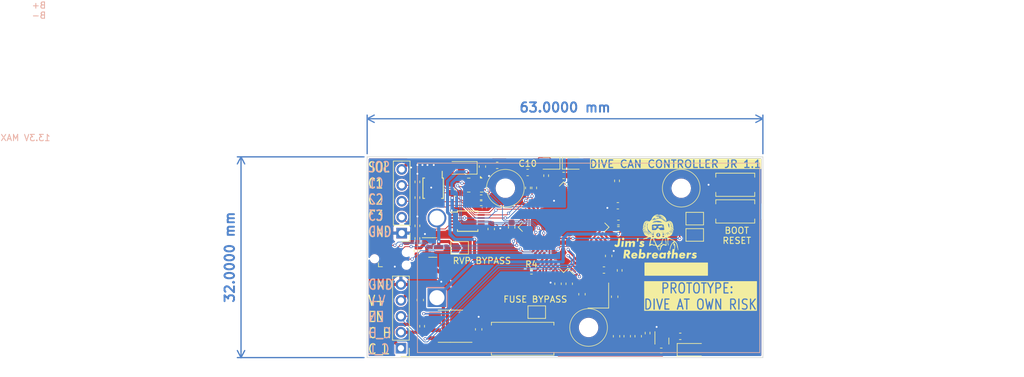
<source format=kicad_pcb>
(kicad_pcb (version 20241229) (generator "pcbnew") (generator_version "9.0")
  (layers (0 "F.Cu" signal) (2 "B.Cu" signal) (13 "F.Paste" user) (15 "B.Paste" user) (5 "F.SilkS" user "F.Silkscreen") (7 "B.SilkS" user "B.Silkscreen") (1 "F.Mask" user) (3 "B.Mask" user) (25 "Edge.Cuts" user))
  (net 0 "")
  (net 1 "/Power Distribution/BATT_GND")
  (net 2 "/SSC1_RX")
  (net 3 "/SSC1_TX")
  (net 4 "/SSC2_TX")
  (net 5 "/SSC2_RX")
  (net 6 "/SSC3_TX")
  (net 7 "/SSC3_RX")
  (net 8 "GNDREF")
  (net 9 "VCC")
  (net 10 "/CAN_PWR")
  (net 11 "/~{CAN_EN}")
  (net 12 "Net-(U1-PH0)")
  (net 13 "/RST")
  (net 14 "Net-(U1-PH1)")
  (net 15 "Net-(D4-A)")
  (net 16 "/SDA")
  (net 17 "/SCL")
  (net 18 "Net-(J2-Pin_2)")
  (net 19 "Net-(J2-Pin_1)")
  (net 20 "/SOLENOID")
  (net 21 "/BOOT")
  (net 22 "/ALRT_ADC1")
  (net 23 "/ALRT_ADC2")
  (net 25 "/LED_0")
  (net 26 "/LED_1")
  (net 27 "/LED_2")
  (net 28 "/LED_3")
  (net 30 "/LED_4")
  (net 31 "/LED_5")
  (net 32 "/LED_6")
  (net 33 "/LED_7")
  (net 34 "/CAN_SHDN")
  (net 35 "/CAN_SILENT")
  (net 36 "/C1+")
  (net 37 "/C2+")
  (net 38 "/C3+")
  (net 39 "/AUX+")
  (net 40 "/AUX-")
  (net 41 "Net-(D11-A)")
  (net 42 "/SOL_STAT")
  (net 43 "/SD_DET")
  (net 44 "/BATTERY")
  (net 45 "/BUS_STAT")
  (net 46 "/BUS_SEL1")
  (net 47 "/BUS_SEL2")
  (net 48 "Net-(Q1-G)")
  (net 49 "/VCC_STAT")
  (net 50 "/Power Distribution/BatteryConverter/ENABLE")
  (net 51 "Net-(U1-PC3)")
  (net 52 "/PWM_1")
  (net 53 "/PWM_2")
  (net 54 "/GPIO_A")
  (net 55 "/GPIO_B")
  (net 56 "/SWDIO")
  (net 57 "/SD_CMD")
  (net 58 "/SD_CLK")
  (net 59 "/SD_DAT0")
  (net 60 "/SWCLK")
  (net 61 "/BATT_OFF")
  (net 62 "/VER_DET_3")
  (net 63 "/SOL_DIS_BATT")
  (net 64 "/SOL_DIS_CAN")
  (net 65 "/CAN_RX")
  (net 66 "/CAN_TX")
  (net 68 "/SOL_OUT")
  (net 69 "/Power Distribution/BAT_PG")
  (net 70 "/SWO")
  (net 71 "Net-(U3-SS)")
  (net 72 "Net-(U3-ILIM)")
  (net 73 "Net-(R3-Pad2)")
  (net 74 "/CAN")
  (net 75 "Net-(JP1-B)")
  (net 76 "Net-(JP3-B)")
  (footprint "Resistor_SMD:R_0402_1005Metric" (layer "F.Cu") (at 111 81.97)
    (property "Reference" "R2" (hide yes))
    (property "Value" "12k")
  )
  (footprint "Diode_SMD:D_SOD-123" (layer "F.Cu") (at 86.15 73.25 180)
    (property "Reference" "D1" (hide yes))
    (property "Value" "MBR0520")
  )
  (footprint "Package_DFN_QFN:Texas_VQFN-HR-12_2x2.5mm_P0.5mm" (layer "F.Cu") (at 88.2 76 -90)
    (property "Reference" "U3" (hide yes))
    (property "Value" "TPS2121")
  )
  (footprint "Connector:Tag-Connect_TC2030-IDC-NL_2x03_P1.27mm_Vertical" (layer "F.Cu") (at 74.71 87.75)
    (property "Reference" "J3" (hide yes))
    (property "Value" "Conn_ARM_SWD_TagConnect_TC2030-NL")
  )
  (footprint "Capacitor_SMD:C_0603_1608Metric" (layer "F.Cu") (at 79.45 94.325 90)
    (property "Reference" "C6" (hide yes))
    (property "Value" "10u")
  )
  (footprint "Resistor_SMD:R_0402_1005Metric" (layer "F.Cu") (at 110.775394 75.324606 -90)
    (property "Reference" "R36" (hide yes))
    (property "Value" "5.1k")
  )
  (footprint "Package_SO:TSSOP-10_3x3mm_P0.5mm" (layer "F.Cu") (at 81.5 76.5 -90)
    (property "Reference" "U6" (hide yes))
    (property "Value" "ADS1115IDGS")
  )
  (footprint "Capacitor_SMD:C_0603_1608Metric" (layer "F.Cu") (at 110.7 100.1 -90)
    (property "Reference" "C11" (hide yes))
    (property "Value" "10u")
  )
  (footprint "Capacitor_SMD:C_0603_1608Metric" (layer "F.Cu") (at 105.2 93.4 90)
    (property "Reference" "C1" (hide yes))
    (property "Value" "20p")
  )
  (footprint "Capacitor_SMD:C_0603_1608Metric" (layer "F.Cu") (at 112.39595 100.0925 -90)
    (property "Reference" "C17" (hide yes))
    (property "Value" "100n")
  )
  (footprint "Capacitor_SMD:C_0603_1608Metric" (layer "F.Cu") (at 85 77.25)
    (property "Reference" "C25" (hide yes))
    (property "Value" "100n")
  )
  (footprint "Jumper:SolderJumper-2_P1.3mm_Open_TrianglePad1.0x1.5mm" (layer "F.Cu") (at 123.15 81.35)
    (property "Reference" "JP1" (hide yes))
    (property "Value" "BOOT_EN")
  )
  (footprint "Connector_PinHeader_2.54mm:PinHeader_1x05_P2.54mm_Vertical" (layer "F.Cu") (at 76.375 102 180)
    (property "Reference" "J2" (hide yes))
    (property "Value" "Conn_01x05_Pin")
  )
  (footprint "LED_SMD:LED_0805_2012Metric" (layer "F.Cu") (at 103.75 72.5)
    (property "Reference" "D4" (hide yes))
    (property "Value" "LED")
  )
  (footprint "Resistor_SMD:R_0402_1005Metric" (layer "F.Cu") (at 99.5 74.5 -90)
    (property "Reference" "R43" (hide yes))
    (property "Value" "5.1k")
  )
  (footprint "Capacitor_SMD:C_0603_1608Metric" (layer "F.Cu") (at 108.696394 89.546606 180)
    (property "Reference" "C3" (hide yes))
    (property "Value" "100n")
  )
  (footprint "Resistor_SMD:R_0402_1005Metric" (layer "F.Cu") (at 79 82.5 -90)
    (property "Reference" "R13" (hide yes))
    (property "Value" "100k")
  )
  (footprint "LED_SMD:LED_0805_2012Metric" (layer "F.Cu") (at 100 72.5 180)
    (property "Reference" "D11" (hide yes))
    (property "Value" "LED")
  )
  (footprint "Capacitor_SMD:C_0603_1608Metric" (layer "F.Cu") (at 103.164394 91.731606 90)
    (property "Reference" "C32" (hide yes))
    (property "Value" "100n")
  )
  (footprint "Jumper:SolderJumper-2_P1.3mm_Open_TrianglePad1.0x1.5mm" (layer "F.Cu") (at 123.15 83.95)
    (property "Reference" "JP3" (hide yes))
    (property "Value" "RST_EN")
  )
  (footprint "Resistor_SMD:R_0402_1005Metric" (layer "F.Cu") (at 89.15 78.9 180)
    (property "Reference" "R5" (hide yes))
    (property "Value" "10k")
  )
  (footprint "Diode_SMD:D_SOD-123F" (layer "F.Cu") (at 122.56875 102.25)
    (property "Reference" "D13" (hide yes))
    (property "Value" "SMF12A")
  )
  (footprint "Resistor_SMD:R_0402_1005Metric" (layer "F.Cu") (at 79.75 98.5 90)
    (property "Reference" "R35" (hide yes))
    (property "Value" "560")
  )
  (footprint "Package_SO:TSSOP-10_3x3mm_P0.5mm" (layer "F.Cu") (at 87 81.75)
    (property "Reference" "U7" (hide yes))
    (property "Value" "ADS1115IDGS")
  )
  (footprint "Jumper:SolderJumper-2_P1.3mm_Open_TrianglePad1.0x1.5mm" (layer "F.Cu") (at 85.725 86)
    (property "Reference" "JP4" (hide yes))
    (property "Value" "BATT_RVP_BYPASS")
  )
  (footprint "Package_SO:SOIC-8_3.9x4.9mm_P1.27mm" (layer "F.Cu") (at 84.25 98.5 180)
    (property "Reference" "U2" (hide yes))
    (property "Value" "TCAN334")
  )
  (footprint "Capacitor_SMD:C_0603_1608Metric" (layer "F.Cu") (at 109.446394 87.296606 90)
    (property "Reference" "C4" (hide yes))
    (property "Value" "100n")
  )
  (footprint "Capacitor_SMD:C_0603_1608Metric" (layer "F.Cu") (at 95.75 72.5)
    (property "Reference" "C5" (hide yes))
    (property "Value" "100n")
  )
  (footprint "Resistor_SMD:R_0402_1005Metric" (layer "F.Cu") (at 89.15 77.95 180)
    (property "Reference" "R3" (hide yes))
    (property "Value" "100k")
  )
  (footprint "Capacitor_SMD:C_0603_1608Metric" (layer "F.Cu") (at 94 82.75 90)
    (property "Reference" "C29" (hide yes))
    (property "Value" "100n")
  )
  (footprint "Resistor_SMD:R_0402_1005Metric" (layer "F.Cu") (at 79 75.49 -90)
    (property "Reference" "R15" (hide yes))
    (property "Value" "100k")
  )
  (footprint "Crystal:Crystal_SMD_3225-4Pin_3.2x2.5mm" (layer "F.Cu") (at 107.8 93.6 90)
    (property "Reference" "Y2" (hide yes))
    (property "Value" "8Mhz")
  )
  (footprint "Resistor_SMD:R_0402_1005Metric" (layer "F.Cu") (at 78.875 86.5 -90)
    (property "Reference" "R58" (hide yes))
    (property "Value" "10k")
  )
  (footprint "Resistor_SMD:R_0402_1005Metric" (layer "F.Cu") (at 111 83 180)
    (property "Reference" "R6" (hide yes))
    (property "Value" "75k")
  )
  (footprint "Capacitor_SMD:C_0603_1608Metric" (layer "F.Cu") (at 101.386394 91.731606 90)
    (property "Reference" "C28" (hide yes))
    (property "Value" "100n")
  )
  (footprint "Capacitor_SMD:C_0603_1608Metric" (layer "F.Cu") (at 120.84375 100.1125)
    (property "Reference" "C16" (hide yes))
    (property "Value" "10u")
  )
  (footprint "Resistor_SMD:R_0402_1005Metric" (layer "F.Cu") (at 111.2 89.6 90)
    (property "Reference" "R1" (hide yes))
    (property "Value" "10k")
  )
  (footprint "LOGO" (layer "F.Cu") (at 116.832591 84.489719)
    (property "Reference" "G***" (hide yes))
    (property "Value" "LOGO" (hide yes))
  )
  (footprint "Capacitor_SMD:C_0603_1608Metric" (layer "F.Cu") (at 110.911394 79.296606 180)
    (property "Reference" "C31" (hide yes))
    (property "Value" "100n")
  )
  (footprint "Connector_PinHeader_2.54mm:PinHeader_1x05_P2.54mm_Vertical" (layer "F.Cu") (at 76.5 83.66 180)
    (property "Reference" "J4" (hide yes))
    (property "Value" "Conn_01x05_Pin")
  )
  (footprint "Resistor_SMD:R_0402_1005Metric" (layer "F.Cu") (at 79 78 -90)
    (property "Reference" "R14" (hide yes))
    (property "Value" "100k")
  )
  (footprint "Package_SON:WSON-6-1EP_2x2mm_P0.65mm_EP1x1.6mm_ThermalVias" (layer "F.Cu") (at 117.91875 100.3625 -90)
    (property "Reference" "U4" (hide yes))
    (property "Value" "TPS7A2533DRVR")
  )
  (footprint "Resistor_SMD:R_0402_1005Metric" (layer "F.Cu") (at 97.15 89.8)
    (property "Reference" "R4")
    (property "Value" "10k")
  )
  (footprint "Resistor_SMD:R_0402_1005Metric" (layer "F.Cu") (at 97.6 76.45 -90)
    (property "Reference" "R7" (hide yes))
    (property "Value" "10k")
  )
  (footprint "Package_QFP:LQFP-64_10x10mm_P0.5mm" (layer "F.Cu") (at 102.275394 82.714606 135)
    (property "Reference" "U1" (hide yes))
    (property "Value" "STM32L431RCTx")
  )
  (footprint "Capacitor_SMD:C_0603_1608Metric" (layer "F.Cu") (at 91.7 72.85)
    (property "Reference" "C8" (hide yes))
    (property "Value" "10u")
  )
  (footprint "Capacitor_SMD:C_0603_1608Metric" (layer "F.Cu") (at 90.75 83 -90)
    (property "Reference" "C26" (hide yes))
    (property "Value" "100n")
  )
  (footprint "Package_TO_SOT_SMD:SOT-23" (layer "F.Cu") (at 81.4375 85.95)
    (property "Reference" "Q1" (hide yes))
    (property "Value" "SI2302")
  )
  (footprint "Resistor_SMD:R_0402_1005Metric" (layer "F.Cu") (at 79 84.5 90)
    (property "Reference" "R60" (hide yes))
    (property "Value" "100k")
  )
  (footprint "Resistor_SMD:R_0402_1005Metric" (layer "F.Cu") (at 115.64595 99.5925 -90)
    (property "Reference" "R45" (hide yes))
    (property "Value" "10k")
  )
  (footprint "Capacitor_SMD:C_0603_1608Metric" (layer "F.Cu") (at 88.75 99 -90)
    (property "Reference" "C9" (hide yes))
    (property "Value" "100n")
  )
  (footprint "Jumper:SolderJumper-2_P1.3mm_Open_TrianglePad1.0x1.5mm" (layer "F.Cu") (at 98 96.25)
    (property "Reference" "JP2" (hide yes))
    (property "Value" "BATT_FUSE_BYPASS")
  )
  (footprint "Capacitor_SMD:C_0603_1608Metric" (layer "F.Cu") (at 89.35 73.05 -90)
    (property "Reference" "C7" (hide yes))
    (property "Value" "10u")
  )
  (footprint "Capacitor_SMD:C_0603_1608Metric" (layer "F.Cu") (at 110.4 93.8 -90)
    (property "Reference" "C2" (hide yes))
    (property "Value" "20p")
  )
  (footprint "Resistor_SMD:R_0402_1005Metric" (layer "F.Cu") (at 117.81875 102.3625)
    (property "Reference" "R62" (hide yes))
    (property "Value" "10k")
  )
  (footprint "Capacitor_SMD:C_0603_1608Metric" (layer "F.Cu") (at 102.275394 74.464606)
    (property "Reference" "C30" (hide yes))
    (property "Value" "100n")
  )
  (footprint "Button_Switch_SMD:SW_SPST_EVQPE1" (layer "F.Cu") (at 129.6 80.2 180)
    (property "Reference" "SW1" (hide yes))
    (property "Value" "RST")
  )
  (footprint "Capacitor_SMD:C_0603_1608Metric" (layer "F.Cu") (at 96.55 74)
    (property "Reference" "C10")
    (property "Value" "10u")
  )
  (footprint "Button_Switch_SMD:SW_SPST_EVQPE1" (layer "F.Cu") (at 129.6 75.95 180)
    (property "Reference" "SW2" (hide yes))
    (property "Value" "RST")
  )
  (footprint "Capacitor_SMD:C_0603_1608Metric" (layer "F.Cu") (at 114.14595 100.0925 -90)
    (property "Reference" "C18" (hide yes))
    (property "Value" "10u")
  )
  (footprint "Fuse:Fuseholder_Littelfuse_Nano2_154x" (layer "F.Cu") (at 95.75 100.5)
    (property "Reference" "F1" (hide yes))
    (property "Value" "2A")
  )
  (footprint "Resistor_SMD:R_0402_1005Metric" (layer "F.Cu") (at 96.6 76.45 -90)
    (property "Reference" "R8" (hide yes))
    (property "Value" "10k")
  )
  (footprint "Battery:BatteryHolder_Eagle_12BH611-GR" (layer "B.Cu") (at 82.1 93.95 180)
    (property "Reference" "BT1" (hide yes))
    (property "Value" "Battery_Cell")
  )
  (gr_circle (center 93 76.5) (end 96 76.5) (stroke (width 0.1)) (fill no) (layer "F.SilkS"))
  (gr_circle (center 121 76.5) (end 124 76.5) (stroke (width 0.1)) (fill no) (layer "F.SilkS"))
  (gr_rect (start 115.2 88.4) (end 125.2 90.4) (stroke (width 0.1)) (fill yes) (layer "F.SilkS"))
  (gr_circle (center 106.25 98.7) (end 109.25 98.7) (stroke (width 0.1)) (fill no) (layer "F.SilkS"))
  (gr_line (start 134 71.5) (end 134 103.5) (stroke (width 0.1)) (layer "Edge.Cuts"))
  (gr_line (start 71 103.5) (end 71 71.5) (stroke (width 0.1)) (layer "Edge.Cuts"))
  (gr_line (start 71 71.5) (end 134 71.5) (stroke (width 0.1)) (layer "Edge.Cuts"))
  (gr_line (start 134 103.5) (end 71 103.5) (stroke (width 0.1)) (layer "Edge.Cuts"))
  (gr_text "RVP BYPASS" (at 84.55 88.65 0) (layer "F.SilkS") (effects (font (size 1 1)) (justify left bottom)))
  (gr_text "PROTOTYPE: \nDIVE AT OWN RISK" (at 124.05 93.75 0) (layer "F.SilkS" knockout) (effects (font (size 1.6 1.3) (thickness 0.2))))
  (gr_text "GND\nV+\nEN\nC_H\nC_L" (at 71.05 103.1 0) (layer "F.SilkS") (effects (font (size 1.6 1.3) (thickness 0.2)) (justify left bottom)))
  (gr_text "SOL\nC1\nC2\nC3\nGND" (at 71.05 84.4 0) (layer "F.SilkS") (effects (font (size 1.6 1.2) (thickness 0.2) (bold yes)) (justify left bottom)))
  (gr_text "DIVE CAN CONTROLLER JR 1.1" (at 106.3 73.35 0) (layer "F.SilkS" knockout) (effects (font (size 1.2 1.2) (thickness 0.2) (bold yes)) (justify left bottom)))
  (gr_text "FUSE BYPASS" (at 92.6 94.8 0) (layer "F.SilkS") (effects (font (size 1 1)) (justify left bottom)))
  (gr_text "BOOT\nRESET" (at 129.85 84.05 -0) (layer "F.SilkS") (effects (font (size 1 1))))
  (gr_text "B+\nB-" (at 18.75 48.15 0) (layer "B.SilkS") (effects (font (size 1 1)) (justify mirror)))
  (gr_text "13.3V MAX" (at 12.55 69.05 0) (layer "B.SilkS") (effects (font (size 1 1)) (justify right bottom mirror)))
  (gr_text "SOL\nC1\nC2\nC3\nGND" (at 71.1 84.35 0) (layer "B.SilkS") (effects (font (size 1.6 1.2) (thickness 0.2) (bold yes)) (justify right bottom mirror)))
  (gr_text "GND\nV+\nEN\nC_H\nC_L" (at 71.05 103.1 0) (layer "B.SilkS") (effects (font (size 1.6 1.3) (thickness 0.2)) (justify right bottom mirror)))
  (dimension (type aligned) (layer "B.Cu") (pts (xy 71 71.5) (xy 71 103.5)) (height 20.08) (format (prefix "") (suffix "") (units 3) (units_format 1) (precision 4)) (style (thickness 0.2) (arrow_length 1.27) (text_position_mode 0) (arrow_direction outward) (extension_height 0.58642) (extension_offset 0.5) (keep_text_aligned yes)) (gr_text "32.0000 mm" (at 49.12 87.5 90) (layer "B.Cu") (effects (font (size 1.5 1.5) (thickness 0.3)))))
  (dimension (type aligned) (layer "B.Cu") (pts (xy 134 71.5) (xy 71 71.5)) (height 6.071722) (format (prefix "") (suffix "") (units 3) (units_format 1) (precision 4)) (style (thickness 0.2) (arrow_length 1.27) (text_position_mode 0) (arrow_direction outward) (extension_height 0.58642) (extension_offset 0.5) (keep_text_aligned yes)) (gr_text "63.0000 mm" (at 102.5 63.628278 0) (layer "B.Cu") (effects (font (size 1.5 1.5) (thickness 0.3)))))
  (segment (start 82.4 85) (end 82.4 85.925) (width 0.508) (layer "F.Cu") (net 1))
  (segment (start 84 85) (end 84.75 85.75) (width 0.508) (layer "F.Cu") (net 1))
  (segment (start 82.4 85) (end 84 85) (width 0.508) (layer "F.Cu") (net 1))
  (via (at 82.4 85) (size 0.5) (drill 0.3) (layers "F.Cu" "B.Cu") (net 1))
  (segment (start 82.4 85) (end 82.4 81.55) (width 0.508) (layer "B.Cu") (net 1))
  (segment (start 94.875 83.525) (end 94 83.525) (width 0.127) (layer "F.Cu") (net 8))
  (segment (start 108.65 92.5) (end 109.875 92.5) (width 0.254) (layer "F.Cu") (net 8))
  (segment (start 85.775 77.25) (end 86.55 77.25) (width 0.127) (layer "F.Cu") (net 8))
  (segment (start 88.75 99.775) (end 88.11 99.135) (width 0.508) (layer "F.Cu") (net 8))
  (segment (start 100.047 71.6095) (end 100.9375 72.5) (width 0.127) (layer "F.Cu") (net 8))
  (segment (start 109.471394 89.546606) (end 109.471394 88.096606) (width 0.254) (layer "F.Cu") (net 8))
  (segment (start 98.3655 71.6095) (end 100.047 71.6095) (width 0.127) (layer "F.Cu") (net 8))
  (segment (start 108.65 93) (end 106.95 94.7) (width 0.254) (layer "F.Cu") (net 8))
  (segment (start 85.775 77.25) (end 87.9355 79.4105) (width 0.127) (layer "F.Cu") (net 8))
  (segment (start 89.7 75.25) (end 90.175 74.775) (width 0.127) (layer "F.Cu") (net 8))
  (segment (start 102.229394 73.735606) (end 103.535606 73.735606) (width 0.254) (layer "F.Cu") (net 8))
  (segment (start 87.05 75.25) (end 86.95 75.15) (width 0.127) (layer "F.Cu") (net 8))
  (segment (start 96.42589 81.461296) (end 96.42589 81.97411) (width 0.127) (layer "F.Cu") (net 8))
  (segment (start 90.175 74.775) (end 90.4 74.55) (width 0.127) (layer "F.Cu") (net 8))
  (segment (start 84.9365 76.4115) (end 85.775 77.25) (width 0.127) (layer "F.Cu") (net 8))
  (segment (start 106.663819 87.456585) (end 106.111448 86.904214) (width 0.254) (layer "F.Cu") (net 8))
  (segment (start 103.535606 73.735606) (end 104.515052 74.715052) (width 0.254) (layer "F.Cu") (net 8))
  (segment (start 90.175 74.775) (end 90.25 74.7) (width 0.127) (layer "F.Cu") (net 8))
  (segment (start 117.91875 101.25) (end 117.91875 100.3625) (width 0.127) (layer "F.Cu") (net 8))
  (segment (start 108.586322 80.999872) (end 109.279536 80.306658) (width 0.254) (layer "F.Cu") (net 8))
  (segment (start 75.98 88.42) (end 75.4 89) (width 0.254) (layer "F.Cu") (net 8))
  (segment (start 108.717394 87.342606) (end 108.717394 86.681732) (width 0.254) (layer "F.Cu") (net 8))
  (segment (start 87.9355 79.4105) (end 89.1495 79.4105) (width 0.127) (layer "F.Cu") (net 8))
  (segment (start 109.279536 80.306658) (end 110.676342 80.306658) (width 0.254) (layer "F.Cu") (net 8))
  (segment (start 88.11 99.135) (end 86.725 99.135) (width 0.508) (layer "F.Cu") (net 8))
  (segment (start 96.42589 81.97411) (end 94.875 83.525) (width 0.127) (layer "F.Cu") (net 8))
  (segment (start 86.95 75.15) (end 85.55 75.15) (width 0.127) (layer "F.Cu") (net 8))
  (segment (start 84.9365 75.7635) (end 84.9365 76.4115) (width 0.127) (layer "F.Cu") (net 8))
  (segment (start 89.35 75.25) (end 89.7 75.25) (width 0.127) (layer "F.Cu") (net 8))
  (segment (start 110.676342 80.306658) (end 111.686394 79.296606) (width 0.254) (layer "F.Cu") (net 8))
  (segment (start 85.55 75.15) (end 84.9365 75.7635) (width 0.127) (layer "F.Cu") (net 8))
  (segment (start 88.75 99.775) (end 88.75 100.75) (width 0.508) (layer "F.Cu") (net 8))
  (segment (start 104.515052 75.878754) (end 103.990128 76.403678) (width 0.254) (layer "F.Cu") (net 8))
  (segment (start 104.515052 74.715052) (end 104.515052 75.878754) (width 0.254) (layer "F.Cu") (net 8))
  (segment (start 100.9375 73.901712) (end 101.500394 74.464606) (width 0.254) (layer "F.Cu") (net 8))
  (segment (start 101.500394 74.464606) (end 102.229394 73.735606) (width 0.254) (layer "F.Cu") (net 8))
  (segment (start 86.55 77.25) (end 87.05 76.75) (width 0.127) (layer "F.Cu") (net 8))
  (segment (start 100.9375 72.5) (end 100.9375 73.901712) (width 0.254) (layer "F.Cu") (net 8))
  (segment (start 109.875 92.5) (end 110.4 93.025) (width 0.254) (layer "F.Cu") (net 8))
  (segment (start 109.446394 88.071606) (end 108.717394 87.342606) (width 0.254) (layer "F.Cu") (net 8))
  (segment (start 89.1495 79.4105) (end 89.66 78.9) (width 0.127) (layer "F.Cu") (net 8))
  (segment (start 108.717394 86.681732) (end 107.525662 85.49) (width 0.254) (layer "F.Cu") (net 8))
  (segment (start 97.5 72.475) (end 98.3655 71.6095) (width 0.127) (layer "F.Cu") (net 8))
  (via (at 79 74.2) (size 0.5) (drill 0.3) (layers "F.Cu" "B.Cu") (net 8))
  (via (at 79 81) (size 0.5) (drill 0.3) (layers "F.Cu" "B.Cu") (net 8))
  (via (at 81.2 76.4) (size 0.5) (drill 0.3) (layers "F.Cu" "B.Cu") (net 8))
  (via (at 79 72.8) (size 0.5) (drill 0.3) (layers "F.Cu" "B.Cu") (net 8))
  (via (at 79.8 72.8) (size 0.5) (drill 0.3) (layers "F.Cu" "B.Cu") (net 8))
  (via (at 75.4 89) (size 0.5) (drill 0.3) (layers "F.Cu" "B.Cu") (net 8))
  (via (at 78 73.2) (size 0.5) (drill 0.3) (layers "F.Cu" "B.Cu") (net 8))
  (via (at 80.2 83.8) (size 0.5) (drill 0.3) (layers "F.Cu" "B.Cu") (net 8))
  (via (at 80.6 72.8) (size 0.5) (drill 0.3) (layers "F.Cu" "B.Cu") (net 8))
  (via (at 100.75 78.5) (size 0.5) (drill 0.3) (layers "F.Cu" "B.Cu") (net 8))
  (via (at 90.4 74.55) (size 0.5) (drill 0.3) (layers "F.Cu" "B.Cu") (net 8))
  (via (at 81.6 72.8) (size 0.5) (drill 0.3) (layers "F.Cu" "B.Cu") (net 8))
  (segment (start 111.2 89.09) (end 111.2 87.45) (width 0.127) (layer "F.Cu") (net 9))
  (segment (start 81.5 78.65) (end 81.5 78.094) (width 0.127) (layer "F.Cu") (net 9))
  (segment (start 74.655 89.6) (end 73.44 88.385) (width 0.127) (layer "F.Cu") (net 9))
  (segment (start 84.55 77.575) (end 84.225 77.25) (width 0.508) (layer "F.Cu") (net 9))
  (segment (start 101.386394 90.956606) (end 101.386394 89.851268) (width 0.254) (layer "F.Cu") (net 9))
  (segment (start 112.39595 99.3175) (end 114.14595 99.3175) (width 0.508) (layer "F.Cu") (net 9))
  (segment (start 97.2 75.94) (end 97.6 75.94) (width 0.127) (layer "F.Cu") (net 9))
  (segment (start 97.2 75.4) (end 97.4 75.2) (width 0.127) (layer "F.Cu") (net 9))
  (segment (start 109.239544 79.639544) (end 109.582482 79.296606) (width 0.254) (layer "F.Cu") (net 9))
  (segment (start 110.7075 99.3175) (end 110.7 99.325) (width 0.508) (layer "F.Cu") (net 9))
  (segment (start 100.1495 74.5495) (end 101.414606 75.814606) (width 0.127) (layer "F.Cu") (net 9))
  (segment (start 116.11595 98.6125) (end 115.64595 99.0825) (width 0.508) (layer "F.Cu") (net 9))
  (segment (start 109.446394 86.521606) (end 110.228394 86.521606) (width 0.508) (layer "F.Cu") (net 9))
  (segment (start 84.55 78.05) (end 84.55 77.575) (width 0.508) (layer "F.Cu") (net 9))
  (segment (start 118.56875 99.475) (end 118.56875 99.251004) (width 0.508) (layer "F.Cu") (net 9))
  (segment (start 90.275 81.75) (end 90.75 82.225) (width 0.127) (layer "F.Cu") (net 9))
  (segment (start 101.386394 90.956606) (end 100.786394 90.956606) (width 0.254) (layer "F.Cu") (net 9))
  (segment (start 92.2 82.8) (end 93.025 81.975) (width 0.127) (layer "F.Cu") (net 9))
  (segment (start 88.75 98.225) (end 88.75 97) (width 0.508) (layer "F.Cu") (net 9))
  (segment (start 92.2 82.9) (end 91.525 82.225) (width 0.127) (layer "F.Cu") (net 9))
  (segment (start 103.050394 75.539606) (end 102.775394 75.814606) (width 0.254) (layer "F.Cu") (net 9))
  (segment (start 97.2 75.94) (end 97.2 75.4) (width 0.127) (layer "F.Cu") (net 9))
  (segment (start 82.369 77.225) (end 84.25 77.225) (width 0.127) (layer "F.Cu") (net 9))
  (segment (start 103.010913 76.050125) (end 102.775394 75.814606) (width 0.254) (layer "F.Cu") (net 9))
  (segment (start 93.025 81.975) (end 94 81.975) (width 0.127) (layer "F.Cu") (net 9))
  (segment (start 103.636575 76.050125) (end 103.010913 76.050125) (width 0.254) (layer "F.Cu") (net 9))
  (segment (start 84.85 80.75) (end 84.45 80.35) (width 0.127) (layer "F.Cu") (net 9))
  (segment (start 110.228394 86.521606) (end 110.25 86.5) (width 0.508) (layer "F.Cu") (net 9))
  (segment (start 91.525 82.225) (end 90.75 82.225) (width 0.127) (layer "F.Cu") (net 9))
  (segment (start 117.930246 98.6125) (end 117.32875 98.6125) (width 0.508) (layer "F.Cu") (net 9))
  (segment (start 82.8 91.4) (end 81 89.6) (width 0.127) (layer "F.Cu") (net 9))
  (segment (start 84.45 80.35) (end 84.45 80.05) (width 0.127) (layer "F.Cu") (net 9))
  (segment (start 81 89.6) (end 74.655 89.6) (width 0.127) (layer "F.Cu") (net 9))
  (segment (start 97.4 75.2) (end 98.0505 74.5495) (width 0.127) (layer "F.Cu") (net 9))
  (segment (start 101.386394 90.956606) (end 103.164394 90.956606) (width 0.254) (layer "F.Cu") (net 9))
  (segment (start 101.386394 89.851268) (end 100.914213 89.379087) (width 0.254) (layer "F.Cu") (net 9))
  (segment (start 103.164394 90.956606) (end 103.164394 89.851268) (width 0.254) (layer "F.Cu") (net 9))
  (segment (start 92.2 82.9) (end 92.2 82.8) (width 0.127) (layer "F.Cu") (net 9))
  (segment (start 115.41095 99.3175) (end 115.64595 99.0825) (width 0.508) (layer "F.Cu") (net 9))
  (segment (start 112.39595 99.3175) (end 110.7075 99.3175) (width 0.508) (layer "F.Cu") (net 9))
  (segment (start 114.14595 99.3175) (end 115.41095 99.3175) (width 0.508) (layer "F.Cu") (net 9))
  (segment (start 89.15 81.75) (end 90.275 81.75) (width 0.127) (layer "F.Cu") (net 9))
  (segment (start 94.989338 81.975) (end 95.610913 81.353425) (width 0.127) (layer "F.Cu") (net 9))
  (segment (start 109.582482 79.296606) (end 110.136394 79.296606) (width 0.254) (layer "F.Cu") (net 9))
  (segment (start 86.725 97.865) (end 88.39 97.865) (width 0.508) (layer "F.Cu") (net 9))
  (segment (start 88.39 97.865) (end 88.75 98.225) (width 0.508) (layer "F.Cu") (net 9))
  (segment (start 117.07875 98.6125) (end 116.11595 98.6125) (width 0.508) (layer "F.Cu") (net 9))
  (segment (start 108.232769 80.646319) (end 109.582482 79.296606) (width 0.254) (layer "F.Cu") (net 9))
  (segment (start 100.786394 90.956606) (end 100.196394 91.546606) (width 0.254) (layer "F.Cu") (net 9))
  (segment (start 96.6 75.94) (end 97.2 75.94) (width 0.127) (layer "F.Cu") (net 9))
  (segment (start 101.414606 75.814606) (end 102.775394 75.814606) (width 0.127) (layer "F.Cu") (net 9))
  (segment (start 98.0505 74.5495) (end 100.1495 74.5495) (width 0.127) (layer "F.Cu") (net 9))
  (segment (start 103.050394 74.464606) (end 103.050394 75.539606) (width 0.254) (layer "F.Cu") (net 9))
  (segment (start 107.879215 85.136447) (end 109.264374 86.521606) (width 0.254) (layer "F.Cu") (net 9))
  (segment (start 81.5 78.094) (end 82.369 77.225) (width 0.127) (layer "F.Cu") (net 9))
  (segment (start 118.56875 99.251004) (end 117.930246 98.6125) (width 0.508) (layer "F.Cu") (net 9))
  (segment (start 94 81.975) (end 94.989338 81.975) (width 0.127) (layer "F.Cu") (net 9))
  (segment (start 103.164394 89.851268) (end 103.636575 89.379087) (width 0.254) (layer "F.Cu") (net 9))
  (segment (start 111.2 87.45) (end 110.25 86.5) (width 0.127) (layer "F.Cu") (net 9))
  (segment (start 126.9 75.95) (end 125.35 75.95) (width 0.254) (layer "F.Cu") (net 9))
  (segment (start 117.32875 98.6125) (end 117.07875 98.6125) (width 0.254) (layer "F.Cu") (net 9))
  (via (at 102.775394 75.814606) (size 0.5) (drill 0.3) (layers "F.Cu" "B.Cu") (net 9))
  (via (at 100.196394 91.546606) (size 0.5) (drill 0.3) (layers "F.Cu" "B.Cu") (net 9))
  (via (at 88.75 97) (size 0.5) (drill 0.3) (layers "F.Cu" "B.Cu") (net 9))
  (via (at 125.35 75.95) (size 0.5) (drill 0.3) (layers "F.Cu" "B.Cu") (net 9))
  (via (at 110.25 86.5) (size 0.5) (drill 0.3) (layers "F.Cu" "B.Cu") (net 9))
  (via (at 84.45 80.05) (size 0.5) (drill 0.3) (layers "F.Cu" "B.Cu") (net 9))
  (via (at 109.239544 79.639544) (size 0.5) (drill 0.3) (layers "F.Cu" "B.Cu") (net 9))
  (via (at 92.2 82.9) (size 0.5) (drill 0.3) (layers "F.Cu" "B.Cu") (net 9))
  (via (at 82.8 91.4) (size 0.5) (drill 0.3) (layers "F.Cu" "B.Cu") (net 9))
  (via (at 84.55 78.05) (size 0.5) (drill 0.3) (layers "F.Cu" "B.Cu") (net 9))
  (via (at 117.07875 98.6125) (size 0.5) (drill 0.3) (layers "F.Cu" "B.Cu") (net 9))
  (segment (start 84.55 78.05) (end 84.55 79.95) (width 0.508) (layer "B.Cu") (net 9))
  (segment (start 84.55 79.95) (end 84.45 80.05) (width 0.508) (layer "B.Cu") (net 9))
  (segment (start 79.5555 89.1555) (end 81.761396 89.1555) (width 0.508) (layer "F.Cu") (net 10))
  (segment (start 98.344 95.114) (end 98.725 95.495) (width 0.508) (layer "F.Cu") (net 10))
  (segment (start 118.93125 101.25) (end 118.56875 101.25) (width 0.508) (layer "F.Cu") (net 10))
  (segment (start 118.56875 101.25) (end 118.56875 102.1225) (width 0.508) (layer "F.Cu") (net 10))
  (segment (start 120.06875 100.1125) (end 118.93125 101.25) (width 0.508) (layer "F.Cu") (net 10))
  (segment (start 83.766 95.831) (end 83.766 100.117974) (width 0.508) (layer "F.Cu") (net 10))
  (segment (start 96.389 96.237974) (end 96.389 95.340112) (width 0.508) (layer "F.Cu") (net 10))
  (segment (start 90.064 101.615) (end 90.064 98.214) (width 0.508) (layer "F.Cu") (net 10))
  (segment (start 76.375 94.38) (end 78.686 92.069) (width 0.508) (layer "F.Cu") (net 10))
  (segment (start 78.875 87.01) (end 78.875 88.475) (width 0.508) (layer "F.Cu") (net 10))
  (segment (start 96.389 95.340112) (end 96.615112 95.114) (width 0.508) (layer "F.Cu") (net 10))
  (segment (start 90.064 98.214) (end 94.412974 98.214) (width 0.508) (layer "F.Cu") (net 10))
  (segment (start 118.32875 102.682499) (end 118.32875 102.3625) (width 0.508) (layer "F.Cu") (net 10))
  (segment (start 83.981 91.375104) (end 83.981 92.75) (width 0.508) (layer "F.Cu") (net 10))
  (segment (start 94.412974 98.214) (end 96.389 96.237974) (width 0.508) (layer "F.Cu") (net 10))
  (segment (start 96.615112 95.114) (end 98.344 95.114) (width 0.508) (layer "F.Cu") (net 10))
  (segment (start 85.263026 101.615) (end 90.064 101.615) (width 0.508) (layer "F.Cu") (net 10))
  (segment (start 83.981 95.616) (end 83.766 95.831) (width 0.508) (layer "F.Cu") (net 10))
  (segment (start 83.981 92.069) (end 83.981 92.75) (width 0.508) (layer "F.Cu") (net 10))
  (segment (start 98.725 96.25) (end 98.725 100.29) (width 0.508) (layer "F.Cu") (net 10))
  (segment (start 98.725 95.495) (end 98.725 96.25) (width 0.508) (layer "F.Cu") (net 10))
  (segment (start 121.16875 101.2125) (end 121.16875 102.25) (width 0.508) (layer "F.Cu") (net 10))
  (segment (start 83.766 100.117974) (end 85.263026 101.615) (width 0.508) (layer "F.Cu") (net 10))
  (segment (start 83.981 92.75) (end 83.981 95.616) (width 0.508) (layer "F.Cu") (net 10))
  (segment (start 78.875 88.475) (end 79.5555 89.1555) (width 0.508) (layer "F.Cu") (net 10))
  (segment (start 101.4985 103.0635) (end 117.947749 103.0635) (width 0.508) (layer "F.Cu") (net 10))
  (segment (start 118.56875 102.1225) (end 118.32875 102.3625) (width 0.508) (layer "F.Cu") (net 10))
  (segment (start 98.935 100.5) (end 101.4985 103.0635) (width 0.508) (layer "F.Cu") (net 10))
  (segment (start 120.06875 100.1125) (end 121.16875 101.2125) (width 0.508) (layer "F.Cu") (net 10))
  (segment (start 81.761396 89.1555) (end 83.981 91.375104) (width 0.508) (layer "F.Cu") (net 10))
  (segment (start 78.686 92.069) (end 83.981 92.069) (width 0.508) (layer "F.Cu") (net 10))
  (segment (start 117.947749 103.0635) (end 118.32875 102.682499) (width 0.508) (layer "F.Cu") (net 10))
  (segment (start 76.375 96.92) (end 77.63 96.92) (width 0.127) (layer "F.Cu") (net 11))
  (segment (start 104.8 90.6) (end 104.8 89.835406) (width 0.127) (layer "F.Cu") (net 11))
  (segment (start 104.8 89.835406) (end 103.990128 89.025534) (width 0.127) (layer "F.Cu") (net 11))
  (segment (start 77.63 96.92) (end 79.45 95.1) (width 0.127) (layer "F.Cu") (net 11))
  (via (at 104.8 90.6) (size 0.5) (drill 0.3) (layers "F.Cu" "B.Cu") (net 11))
  (segment (start 76.375 97.280488) (end 76.375 96.92) (width 0.127) (layer "B.Cu") (net 11))
  (segment (start 80.6 101) (end 92.1245 89.4755) (width 0.127) (layer "B.Cu") (net 11))
  (segment (start 92.1245 89.4755) (end 103.6755 89.4755) (width 0.127) (layer "B.Cu") (net 11))
  (segment (start 80.094512 101) (end 80.6 101) (width 0.127) (layer "B.Cu") (net 11))
  (segment (start 80.094512 101) (end 76.375 97.280488) (width 0.127) (layer "B.Cu") (net 11))
  (segment (start 103.6755 89.4755) (end 104.8 90.6) (width 0.127) (layer "B.Cu") (net 11))
  (segment (start 105.050788 87.964874) (end 105.575712 88.489798) (width 0.254) (layer "F.Cu") (net 12))
  (segment (start 105.575712 88.489798) (end 105.575712 92.249288) (width 0.254) (layer "F.Cu") (net 12))
  (segment (start 105.2 92.625) (end 106.825 92.625) (width 0.254) (layer "F.Cu") (net 12))
  (segment (start 105.575712 92.249288) (end 105.2 92.625) (width 0.254) (layer "F.Cu") (net 12))
  (segment (start 108.586894 90.212106) (end 107.921394 89.546606) (width 0.127) (layer "F.Cu") (net 13))
  (segment (start 105.757895 87.257767) (end 106.750128 88.25) (width 0.254) (layer "F.Cu") (net 13))
  (segment (start 116.265 90.11) (end 122.425 83.95) (width 0.254) (layer "F.Cu") (net 13))
  (segment (start 107 88.25) (end 107.921394 89.171394) (width 0.254) (layer "F.Cu") (net 13))
  (segment (start 101.4 86.2) (end 101.8135 85.7865) (width 0.127) (layer "F.Cu") (net 13))
  (segment (start 104.286628 85.7865) (end 105.757895 87.257767) (width 0.127) (layer "F.Cu") (net 13))
  (segment (start 74.71 88.385) (end 75.295 87.8) (width 0.127) (layer "F.Cu") (net 13))
  (segment (start 108.650394 90.275606) (end 107.921394 89.546606) (width 0.254) (layer "F.Cu") (net 13))
  (segment (start 111.2 90.11) (end 116.265 90.11) (width 0.254) (layer "F.Cu") (net 13))
  (segment (start 75.295 87.8) (end 78.15 87.8) (width 0.127) (layer "F.Cu") (net 13))
  (segment (start 111.034394 90.275606) (end 108.650394 90.275606) (width 0.254) (layer "F.Cu") (net 13))
  (segment (start 101.8135 85.7865) (end 104.286628 85.7865) (width 0.127) (layer "F.Cu") (net 13))
  (segment (start 122.425 83.95) (end 116.162894 90.212106) (width 0.127) (layer "F.Cu") (net 13))
  (segment (start 107.921394 89.171394) (end 107.921394 89.624897) (width 0.254) (layer "F.Cu") (net 13))
  (segment (start 116.162894 90.212106) (end 108.586894 90.212106) (width 0.127) (layer "F.Cu") (net 13))
  (segment (start 111.2 90.11) (end 111.034394 90.275606) (width 0.254) (layer "F.Cu") (net 13))
  (segment (start 106.750128 88.25) (end 107 88.25) (width 0.254) (layer "F.Cu") (net 13))
  (via (at 101.4 86.2) (size 0.5) (drill 0.3) (layers "F.Cu" "B.Cu") (net 13))
  (via (at 78.15 87.8) (size 0.5) (drill 0.3) (layers "F.Cu" "B.Cu") (net 13))
  (segment (start 101.4 86.2) (end 100.9365 86.6635) (width 0.127) (layer "B.Cu") (net 13))
  (segment (start 81.7 86.454) (end 79.496 86.454) (width 0.127) (layer "B.Cu") (net 13))
  (segment (start 79.496 86.454) (end 78.15 87.8) (width 0.127) (layer "B.Cu") (net 13))
  (segment (start 100.9365 86.6635) (end 81.9095 86.6635) (width 0.127) (layer "B.Cu") (net 13))
  (segment (start 81.9095 86.6635) (end 81.7 86.454) (width 0.127) (layer "B.Cu") (net 13))
  (segment (start 110.4 94.575) (end 108.775 94.575) (width 0.254) (layer "F.Cu") (net 14))
  (segment (start 110.146 91.546) (end 111.129 92.529) (width 0.254) (layer "F.Cu") (net 14))
  (segment (start 111.129 93.846) (end 110.4 94.575) (width 0.254) (layer "F.Cu") (net 14))
  (segment (start 105.956712 90.556712) (end 106.946 91.546) (width 0.254) (layer "F.Cu") (net 14))
  (segment (start 105.956712 88.16369) (end 105.956712 90.556712) (width 0.254) (layer "F.Cu") (net 14))
  (segment (start 105.404342 87.61132) (end 105.956712 88.16369) (width 0.254) (layer "F.Cu") (net 14))
  (segment (start 106.946 91.546) (end 110.146 91.546) (width 0.254) (layer "F.Cu") (net 14))
  (segment (start 111.129 92.529) (end 111.129 93.846) (width 0.254) (layer "F.Cu") (net 14))
  (segment (start 107.002106 74.814606) (end 110.775394 74.814606) (width 0.254) (layer "F.Cu") (net 15))
  (segment (start 104.6875 72.5) (end 107.002106 74.814606) (width 0.254) (layer "F.Cu") (net 15))
  (segment (start 89.15 81.25) (end 93 81.25) (width 0.127) (layer "F.Cu") (net 16))
  (segment (start 82.173 79.5) (end 83.594512 79.5) (width 0.127) (layer "F.Cu") (net 16))
  (segment (start 82 78.65) (end 82 79.327) (width 0.127) (layer "F.Cu") (net 16))
  (segment (start 83.594512 79.5) (end 83.844512 79.25) (width 0.127) (layer "F.Cu") (net 16))
  (segment (start 96.25 78.456978) (end 96.6 78.106978) (width 0.127) (layer "F.Cu") (net 16))
  (segment (start 83.844512 79.25) (end 86.25 79.25) (width 0.127) (layer "F.Cu") (net 16))
  (segment (start 86.25 79.25) (end 88.25 81.25) (width 0.127) (layer "F.Cu") (net 16))
  (segment (start 82 79.327) (end 82.173 79.5) (width 0.127) (layer "F.Cu") (net 16))
  (segment (start 88.25 81.25) (end 89.15 81.25) (width 0.127) (layer "F.Cu") (net 16))
  (segment (start 96.6 78.106978) (end 96.6 76.96) (width 0.127) (layer "F.Cu") (net 16))
  (segment (start 97.37868 79.585658) (end 96.25 78.456978) (width 0.127) (layer "F.Cu") (net 16))
  (via (at 93 81.25) (size 0.5) (drill 0.3) (layers "F.Cu" "B.Cu") (net 16))
  (via (at 96.25 78.456978) (size 0.5) (drill 0.3) (layers "F.Cu" "B.Cu") (net 16))
  (segment (start 93.456978 81.25) (end 96.25 78.456978) (width 0.127) (layer "B.Cu") (net 16))
  (segment (start 93 81.25) (end 93.456978 81.25) (width 0.127) (layer "B.Cu") (net 16))
  (segment (start 97.25 77.75) (end 97.25 77.31) (width 0.127) (layer "F.Cu") (net 17))
  (segment (start 86.00921 78.65) (end 88.10921 80.75) (width 0.127) (layer "F.Cu") (net 17))
  (segment (start 82.5 78.65) (end 86.00921 78.65) (width 0.127) (layer "F.Cu") (net 17))
  (segment (start 88.10921 80.75) (end 88.677214 80.75) (width 0.127) (layer "F.Cu") (net 17))
  (segment (start 97.25 77.31) (end 97.6 76.96) (width 0.127) (layer "F.Cu") (net 17))
  (segment (start 93.25 80.75) (end 93.5 80.5) (width 0.127) (layer "F.Cu") (net 17))
  (segment (start 97.25 78.749872) (end 97.25 77.75) (width 0.127) (layer "F.Cu") (net 17))
  (segment (start 89.15 80.75) (end 93.25 80.75) (width 0.127) (layer "F.Cu") (net 17))
  (via (at 97.25 77.75) (size 0.5) (drill 0.3) (layers "F.Cu" "B.Cu") (net 17))
  (via (at 93.5 80.5) (size 0.5) (drill 0.3) (layers "F.Cu" "B.Cu") (net 17))
  (segment (start 93.5 80.5) (end 96.006522 77.993478) (width 0.127) (layer "B.Cu") (net 17))
  (segment (start 96.006522 77.993478) (end 97.006522 77.993478) (width 0.127) (layer "B.Cu") (net 17))
  (segment (start 97.006522 77.993478) (end 97.25 77.75) (width 0.127) (layer "B.Cu") (net 17))
  (segment (start 79.75 99.01) (end 81.65 99.01) (width 0.254) (layer "F.Cu") (net 18))
  (segment (start 79.3 99.46) (end 79.75 99.01) (width 0.508) (layer "F.Cu") (net 18))
  (segment (start 76.375 99.46) (end 79.3 99.46) (width 0.508) (layer "F.Cu") (net 18))
  (segment (start 79.54 98.2) (end 79.75 97.99) (width 0.508) (layer "F.Cu") (net 19))
  (segment (start 75.894103 98.2) (end 79.54 98.2) (width 0.508) (layer "F.Cu") (net 19))
  (segment (start 79.75 97.99) (end 81.65 97.99) (width 0.254) (layer "F.Cu") (net 19))
  (segment (start 75.144 100.769) (end 75.144 98.950103) (width 0.508) (layer "F.Cu") (net 19))
  (segment (start 76.375 102) (end 75.144 100.769) (width 0.508) (layer "F.Cu") (net 19))
  (segment (start 75.144 98.950103) (end 75.894103 98.2) (width 0.508) (layer "F.Cu") (net 19))
  (segment (start 99.5 87.964874) (end 100.024923 87.439951) (width 0.254) (layer "F.Cu") (net 21))
  (segment (start 120.75 84.5) (end 120.75 83.025) (width 0.254) (layer "F.Cu") (net 21))
  (segment (start 120.75 83.025) (end 122.425 81.35) (width 0.254) (layer "F.Cu") (net 21))
  (segment (start 100.024923 85.775077) (end 101.3 84.5) (width 0.254) (layer "F.Cu") (net 21))
  (segment (start 100.024923 87.439951) (end 100.024923 85.775077) (width 0.254) (layer "F.Cu") (net 21))
  (segment (start 97.685394 89.814606) (end 99.5 88) (width 0.254) (layer "F.Cu") (net 21))
  (segment (start 101.3 84.5) (end 103.75 84.5) (width 0.254) (layer "F.Cu") (net 21))
  (via (at 103.75 84.5) (size 0.5) (drill 0.3) (layers "F.Cu" "B.Cu") (net 21))
  (via (at 120.75 84.5) (size 0.5) (drill 0.3) (layers "F.Cu" "B.Cu") (net 21))
  (segment (start 103.75 84.5) (end 120.754709 84.5) (width 0.254) (layer "B.Cu") (net 21))
  (segment (start 120.754709 84.5) (end 120.75 84.5) (width 0.254) (layer "B.Cu") (net 21))
  (segment (start 85.1345 77.09066) (end 85.1345 77.6805) (width 0.127) (layer "F.Cu") (net 22))
  (segment (start 83.4865 76.5135) (end 84.55734 76.5135) (width 0.127) (layer "F.Cu") (net 22))
  (segment (start 82 75.027) (end 83.4865 76.5135) (width 0.127) (layer "F.Cu") (net 22))
  (segment (start 88.11842 80.4) (end 90.444512 80.4) (width 0.127) (layer "F.Cu") (net 22))
  (segment (start 82 74.35) (end 82 75.027) (width 0.127) (layer "F.Cu") (net 22))
  (segment (start 84.55734 76.5135) (end 85.1345 77.09066) (width 0.127) (layer "F.Cu") (net 22))
  (segment (start 91.366724 79.477788) (end 96.563702 79.477788) (width 0.127) (layer "F.Cu") (net 22))
  (segment (start 85.1345 77.6805) (end 85.85 78.396) (width 0.127) (layer "F.Cu") (net 22))
  (segment (start 86.11442 78.396) (end 88.11842 80.4) (width 0.127) (layer "F.Cu") (net 22))
  (segment (start 90.444512 80.4) (end 91.366724 79.477788) (width 0.127) (layer "F.Cu") (net 22))
  (segment (start 85.85 78.396) (end 86.11442 78.396) (width 0.127) (layer "F.Cu") (net 22))
  (segment (start 84.85 81.25) (end 86.5 81.25) (width 0.127) (layer "F.Cu") (net 23))
  (segment (start 91.5 80) (end 91.668658 79.831342) (width 0.127) (layer "F.Cu") (net 23))
  (segment (start 91.668658 79.831342) (end 96.21015 79.831342) (width 0.127) (layer "F.Cu") (net 23))
  (via (at 86.5 81.25) (size 0.5) (drill 0.3) (layers "F.Cu" "B.Cu") (net 23))
  (via (at 91.5 80) (size 0.5) (drill 0.3) (layers "F.Cu" "B.Cu") (net 23))
  (segment (start 91.5 80.1) (end 90.35 81.25) (width 0.127) (layer "B.Cu") (net 23))
  (segment (start 91.5 80) (end 91.5 80.1) (width 0.127) (layer "B.Cu") (net 23))
  (segment (start 90.35 81.25) (end 86.5 81.25) (width 0.127) (layer "B.Cu") (net 23))
  (segment (start 110.775394 75.834606) (end 108.96201 77.64799) (width 0.254) (layer "F.Cu") (net 25))
  (segment (start 106.28135 77.64799) (end 105.757895 78.171445) (width 0.254) (layer "F.Cu") (net 25))
  (segment (start 108.96201 77.64799) (end 106.28135 77.64799) (width 0.254) (layer "F.Cu") (net 25))
  (segment (start 99.5 76.050124) (end 100.207107 76.757231) (width 0.127) (layer "F.Cu") (net 33))
  (segment (start 99.5 75.01) (end 99.5 76.050124) (width 0.127) (layer "F.Cu") (net 33))
  (segment (start 104.343681 88.593681) (end 103 87.25) (width 0.254) (layer "F.Cu") (net 34))
  (segment (start 80 96.5) (end 81.68 96.5) (width 0.254) (layer "F.Cu") (net 34))
  (segment (start 104.343681 88.671981) (end 104.343681 88.593681) (width 0.254) (layer "F.Cu") (net 34))
  (via (at 103 87.25) (size 0.5) (drill 0.3) (layers "F.Cu" "B.Cu") (net 34))
  (via (at 80 96.5) (size 0.5) (drill 0.3) (layers "F.Cu" "B.Cu") (net 34))
  (segment (start 80 96.5) (end 84 96.5) (width 0.254) (layer "B.Cu") (net 34))
  (segment (start 91.723 88.777) (end 103.218291 88.777) (width 0.254) (layer "B.Cu") (net 34))
  (segment (start 103.527 88.468291) (end 103.527 87.777) (width 0.254) (layer "B.Cu") (net 34))
  (segment (start 103.527 87.777) (end 103 87.25) (width 0.254) (layer "B.Cu") (net 34))
  (segment (start 84 96.5) (end 91.723 88.777) (width 0.254) (layer "B.Cu") (net 34))
  (segment (start 103.218291 88.777) (end 103.527 88.468291) (width 0.254) (layer "B.Cu") (net 34))
  (segment (start 104.697235 88.318427) (end 104.697235 88.197235) (width 0.254) (layer "F.Cu") (net 35))
  (segment (start 103 86.5) (end 103 86.25) (width 0.254) (layer "F.Cu") (net 35))
  (segment (start 80.25 100.5) (end 81.68 100.5) (width 0.254) (layer "F.Cu") (net 35))
  (segment (start 104.697235 88.197235) (end 103 86.5) (width 0.254) (layer "F.Cu") (net 35))
  (via (at 80.25 100.5) (size 0.5) (drill 0.3) (layers "F.Cu" "B.Cu") (net 35))
  (via (at 103 86.25) (size 0.5) (drill 0.3) (layers "F.Cu" "B.Cu") (net 35))
  (segment (start 80.25 100.5) (end 80.538816 100.5) (width 0.254) (layer "B.Cu") (net 35))
  (segment (start 80.538816 100.5) (end 91.880816 89.158) (width 0.254) (layer "B.Cu") (net 35))
  (segment (start 103.908 87.158) (end 103 86.25) (width 0.254) (layer "B.Cu") (net 35))
  (segment (start 103.908 88.626107) (end 103.908 87.158) (width 0.254) (layer "B.Cu") (net 35))
  (segment (start 103.376107 89.158) (end 103.908 88.626107) (width 0.254) (layer "B.Cu") (net 35))
  (segment (start 91.880816 89.158) (end 103.376107 89.158) (width 0.254) (layer "B.Cu") (net 35))
  (segment (start 76.5 76.04) (end 79.987 76.04) (width 0.127) (layer "F.Cu") (net 36))
  (segment (start 79.987 76.04) (end 81 75.027) (width 0.127) (layer "F.Cu") (net 36))
  (segment (start 81 75.027) (end 81 74.35) (width 0.127) (layer "F.Cu") (net 36))
  (segment (start 76.5 78.58) (end 78.93 78.58) (width 0.127) (layer "F.Cu") (net 37))
  (segment (start 79.65 78.65) (end 80.5 78.65) (width 0.127) (layer "F.Cu") (net 37))
  (segment (start 79.51 78.51) (end 79.65 78.65) (width 0.127) (layer "F.Cu") (net 37))
  (segment (start 79 78.51) (end 79.51 78.51) (width 0.127) (layer "F.Cu") (net 37))
  (segment (start 83.423 83) (end 84.173 82.25) (width 0.127) (layer "F.Cu") (net 38))
  (segment (start 76.5 81.12) (end 78.38 83) (width 0.127) (layer "F.Cu") (net 38))
  (segment (start 84.173 82.25) (end 84.85 82.25) (width 0.127) (layer "F.Cu") (net 38))
  (segment (start 78.38 83) (end 83.423 83) (width 0.127) (layer "F.Cu") (net 38))
  (segment (start 99.5 72.9375) (end 99.0625 72.5) (width 0.127) (layer "F.Cu") (net 41))
  (segment (start 99.5 73.99) (end 99.5 72.9375) (width 0.127) (layer "F.Cu") (net 41))
  (segment (start 99.1 86.243554) (end 98.43934 86.904214) (width 0.127) (layer "F.Cu") (net 42))
  (segment (start 90 76.75) (end 90.05 76.8) (width 0.127) (layer "F.Cu") (net 42))
  (segment (start 89.35 76.75) (end 90 76.75) (width 0.127) (layer "F.Cu") (net 42))
  (segment (start 99.1 83.65) (end 99.1 86.243554) (width 0.127) (layer "F.Cu") (net 42))
  (via (at 99.1 83.65) (size 0.5) (drill 0.3) (layers "F.Cu" "B.Cu") (net 42))
  (via (at 90.05 76.8) (size 0.5) (drill 0.3) (layers "F.Cu" "B.Cu") (net 42))
  (segment (start 92.5365 81.441988) (end 92.5365 79.2865) (width 0.127) (layer "B.Cu") (net 42))
  (segment (start 92.5365 79.2865) (end 90.05 76.8) (width 0.127) (layer "B.Cu") (net 42))
  (segment (start 99.1 83.65) (end 99.1 83.044512) (width 0.127) (layer "B.Cu") (net 42))
  (segment (start 99.1 83.044512) (end 97.755488 81.7) (width 0.127) (layer "B.Cu") (net 42))
  (segment (start 93.191988 81.7135) (end 92.808012 81.7135) (width 0.127) (layer "B.Cu") (net 42))
  (segment (start 97.755488 81.7) (end 93.205488 81.7) (width 0.127) (layer "B.Cu") (net 42))
  (segment (start 93.205488 81.7) (end 93.191988 81.7135) (width 0.127) (layer "B.Cu") (net 42))
  (segment (start 92.808012 81.7135) (end 92.5365 81.441988) (width 0.127) (layer "B.Cu") (net 42))
  (segment (start 85 102.25) (end 90.815 102.25) (width 0.508) (layer "F.Cu") (net 44))
  (segment (start 83.131 94.981) (end 83.131 100.381) (width 0.508) (layer "F.Cu") (net 44))
  (segment (start 88.1 84.65) (end 88.1 87.95) (width 0.508) (layer "F.Cu") (net 44))
  (segment (start 87.85 74.95) (end 86.8 73.9) (width 0.508) (layer "F.Cu") (net 44))
  (segment (start 111.51 83.24) (end 111 83.75) (width 0.254) (layer "F.Cu") (net 44))
  (segment (start 111.51 83) (end 111.51 83.24) (width 0.254) (layer "F.Cu") (net 44))
  (segment (start 83.131 100.381) (end 85 102.25) (width 0.508) (layer "F.Cu") (net 44))
  (segment (start 90.815 102.25) (end 92.565 100.5) (width 0.508) (layer "F.Cu") (net 44))
  (segment (start 88.1 87.95) (end 87.8 88.25) (width 0.508) (layer "F.Cu") (net 44))
  (segment (start 93.025 100.5) (end 97.275 96.25) (width 0.508) (layer "F.Cu") (net 44))
  (segment (start 87.85 75.325) (end 87.85 74.95) (width 0.508) (layer "F.Cu") (net 44))
  (via (at 88.1 84.65) (size 0.5) (drill 0.3) (layers "F.Cu" "B.Cu") (net 44))
  (via (at 87.8 88.25) (size 0.5) (drill 0.3) (layers "F.Cu" "B.Cu") (net 44))
  (via (at 111 83.75) (size 0.5) (drill 0.3) (layers "F.Cu" "B.Cu") (net 44))
  (via (at 86.8 73.9) (size 0.5) (drill 0.3) (layers "F.Cu" "B.Cu") (net 44))
  (segment (start 102.2 88.2) (end 102.2 84.5) (width 0.508) (layer "B.Cu") (net 44))
  (segment (start 87.8 88.25) (end 102.15 88.25) (width 0.508) (layer "B.Cu") (net 44))
  (segment (start 84.179104 80.729104) (end 83.796 80.346) (width 0.508) (layer "B.Cu") (net 44))
  (segment (start 85.3 73.9) (end 86.8 73.9) (width 0.508) (layer "B.Cu") (net 44))
  (segment (start 102.2 84.5) (end 102.9 83.8) (width 0.508) (layer "B.Cu") (net 44))
  (segment (start 110.95 83.8) (end 111 83.75) (width 0.508) (layer "B.Cu") (net 44))
  (segment (start 83.796 75.404) (end 85.3 73.9) (width 0.508) (layer "B.Cu") (net 44))
  (segment (start 88.1 84.65) (end 85 84.65) (width 0.508) (layer "B.Cu") (net 44))
  (segment (start 83.796 80.346) (end 83.796 75.404) (width 0.508) (layer "B.Cu") (net 44))
  (segment (start 81.67 94.38) (end 82.1 93.95) (width 1.12) (layer "B.Cu") (net 44))
  (segment (start 85 84.65) (end 84.179104 83.829104) (width 0.508) (layer "B.Cu") (net 44))
  (segment (start 82.1 93.95) (end 87.8 88.25) (width 0.508) (layer "B.Cu") (net 44))
  (segment (start 84.179104 83.829104) (end 84.179104 80.729104) (width 0.508) (layer "B.Cu") (net 44))
  (segment (start 102.15 88.25) (end 102.2 88.2) (width 0.508) (layer "B.Cu") (net 44))
  (segment (start 102.9 83.8) (end 110.95 83.8) (width 0.508) (layer "B.Cu") (net 44))
  (segment (start 78.875 85.99) (end 78.875 85.135) (width 0.508) (layer "F.Cu") (net 48))
  (segment (start 78.875 85.99) (end 79.51 85.99) (width 0.508) (layer "F.Cu") (net 48))
  (segment (start 78.875 85.135) (end 79 85.01) (width 0.508) (layer "F.Cu") (net 48))
  (segment (start 79.51 85.99) (end 80.5 85) (width 0.508) (layer "F.Cu") (net 48))
  (segment (start 117.30875 102.3625) (end 117.30875 101.29) (width 0.508) (layer "F.Cu") (net 50))
  (segment (start 117.30875 101.29) (end 117.26875 101.25) (width 0.508) (layer "F.Cu") (net 50))
  (segment (start 110.49 83) (end 110.49 81.97) (width 0.254) (layer "F.Cu") (net 51))
  (segment (start 106.619739 84.807261) (end 106.619739 85.291185) (width 0.254) (layer "F.Cu") (net 51))
  (segment (start 106.619739 85.291185) (end 107.172108 85.843554) (width 0.254) (layer "F.Cu") (net 51))
  (segment (start 110.49 83) (end 108.427 83) (width 0.254) (layer "F.Cu") (net 51))
  (segment (start 108.427 83) (end 106.619739 84.807261) (width 0.254) (layer "F.Cu") (net 51))
  (segment (start 75.4 85.6) (end 74.955 85.6) (width 0.127) (layer "F.Cu") (net 56))
  (segment (start 74.955 85.6) (end 73.44 87.115) (width 0.127) (layer "F.Cu") (net 56))
  (segment (start 94.3 84.90516) (end 96.779443 82.425717) (width 0.127) (layer "F.Cu") (net 56))
  (segment (start 96.779443 82.425717) (end 96.779443 81.107743) (width 0.127) (layer "F.Cu") (net 56))
  (segment (start 94.3 84.95) (end 94.3 84.90516) (width 0.127) (layer "F.Cu") (net 56))
  (via (at 94.3 84.95) (size 0.5) (drill 0.3) (layers "F.Cu" "B.Cu") (net 56))
  (via (at 75.4 85.6) (size 0.5) (drill 0.3) (layers "F.Cu" "B.Cu") (net 56))
  (segment (start 80.271618 85.0825) (end 75.9175 85.0825) (width 0.127) (layer "B.Cu") (net 56))
  (segment (start 94 85.6) (end 80.789118 85.6) (width 0.127) (layer "B.Cu") (net 56))
  (segment (start 94.3 85.3) (end 94 85.6) (width 0.127) (layer "B.Cu") (net 56))
  (segment (start 75.9175 85.0825) (end 75.4 85.6) (width 0.127) (layer "B.Cu") (net 56))
  (segment (start 80.789118 85.6) (end 80.271618 85.0825) (width 0.127) (layer "B.Cu") (net 56))
  (segment (start 94.3 84.95) (end 94.3 85.3) (width 0.127) (layer "B.Cu") (net 56))
  (segment (start 76.225 85.6) (end 74.71 87.115) (width 0.127) (layer "F.Cu") (net 60))
  (segment (start 95.610913 84.075787) (end 94.8 84.8867) (width 0.127) (layer "F.Cu") (net 60))
  (segment (start 76.4 85.6) (end 76.225 85.6) (width 0.127) (layer "F.Cu") (net 60))
  (segment (start 94.8 84.8867) (end 94.8 85.6) (width 0.127) (layer "F.Cu") (net 60))
  (via (at 76.4 85.6) (size 0.5) (drill 0.3) (layers "F.Cu" "B.Cu") (net 60))
  (via (at 94.8 85.6) (size 0.5) (drill 0.3) (layers "F.Cu" "B.Cu") (net 60))
  (segment (start 94.35921 85.6) (end 94.8 85.6) (width 0.127) (layer "B.Cu") (net 60))
  (segment (start 94.10521 85.854) (end 94.35921 85.6) (width 0.127) (layer "B.Cu") (net 60))
  (segment (start 76.4 85.6) (end 76.6635 85.3365) (width 0.127) (layer "B.Cu") (net 60))
  (segment (start 76.6635 85.3365) (end 80.166408 85.3365) (width 0.127) (layer "B.Cu") (net 60))
  (segment (start 80.683908 85.854) (end 94.10521 85.854) (width 0.127) (layer "B.Cu") (net 60))
  (segment (start 80.166408 85.3365) (end 80.683908 85.854) (width 0.127) (layer "B.Cu") (net 60))
  (segment (start 86.15 75.75) (end 86.1 75.7) (width 0.127) (layer "F.Cu") (net 63))
  (segment (start 97.75 83.65) (end 97.75 84.05802) (width 0.127) (layer "F.Cu") (net 63))
  (segment (start 87.05 75.75) (end 86.15 75.75) (width 0.127) (layer "F.Cu") (net 63))
  (segment (start 97.75 84.05802) (end 96.671573 85.136447) (width 0.127) (layer "F.Cu") (net 63))
  (segment (start 97.85 83.55) (end 97.75 83.65) (width 0.127) (layer "F.Cu") (net 63))
  (via (at 97.85 83.55) (size 0.5) (drill 0.3) (layers "F.Cu" "B.Cu") (net 63))
  (via (at 86.1 75.7) (size 0.5) (drill 0.3) (layers "F.Cu" "B.Cu") (net 63))
  (segment (start 97.24879 82.208) (end 97.65 82.60921) (width 0.127) (layer "B.Cu") (net 63))
  (segment (start 84.9365 76.291988) (end 85.746 77.101488) (width 0.127) (layer "B.Cu") (net 63))
  (segment (start 90.6155 82.0155) (end 90.8215 82.2215) (width 0.127) (layer "B.Cu") (net 63))
  (segment (start 85.746 77.101488) (end 85.746 81.510698) (width 0.127) (layer "B.Cu") (net 63))
  (segment (start 85.208012 75.6365) (end 84.9365 75.908012) (width 0.127) (layer "B.Cu") (net 63))
  (segment (start 93.402408 82.2215) (end 93.415908 82.208) (width 0.127) (layer "B.Cu") (net 63))
  (segment (start 86.250802 82.0155) (end 90.6155 82.0155) (width 0.127) (layer "B.Cu") (net 63))
  (segment (start 86.1 75.7) (end 86.0365 75.6365) (width 0.127) (layer "B.Cu") (net 63))
  (segment (start 90.8215 82.2215) (end 93.402408 82.2215) (width 0.127) (layer "B.Cu") (net 63))
  (segment (start 86.0365 75.6365) (end 85.208012 75.6365) (width 0.127) (layer "B.Cu") (net 63))
  (segment (start 97.65 82.60921) (end 97.65 83.35) (width 0.127) (layer "B.Cu") (net 63))
  (segment (start 97.65 83.35) (end 97.85 83.55) (width 0.127) (layer "B.Cu") (net 63))
  (segment (start 85.746 81.510698) (end 86.250802 82.0155) (width 0.127) (layer "B.Cu") (net 63))
  (segment (start 84.9365 75.908012) (end 84.9365 76.291988) (width 0.127) (layer "B.Cu") (net 63))
  (segment (start 93.415908 82.208) (end 97.24879 82.208) (width 0.127) (layer "B.Cu") (net 63))
  (segment (start 98.54721 83.14721) (end 98.54721 86.089236) (width 0.127) (layer "F.Cu") (net 64))
  (segment (start 98.25 82.85) (end 98.54721 83.14721) (width 0.127) (layer "F.Cu") (net 64))
  (segment (start 98.54721 86.089236) (end 98.085786 86.55066) (width 0.127) (layer "F.Cu") (net 64))
  (segment (start 87.05 76.25) (end 85.55 76.25) (width 0.127) (layer "F.Cu") (net 64))
  (segment (start 85.55 76.25) (end 85.4 76.1) (width 0.127) (layer "F.Cu") (net 64))
  (via (at 85.4 76.1) (size 0.5) (drill 0.3) (layers "F.Cu" "B.Cu") (net 64))
  (via (at 98.25 82.85) (size 0.5) (drill 0.3) (layers "F.Cu" "B.Cu") (net 64))
  (segment (start 86.356012 81.7615) (end 86 81.405488) (width 0.127) (layer "B.Cu") (net 64))
  (segment (start 90.92671 81.9675) (end 90.72071 81.7615) (width 0.127) (layer "B.Cu") (net 64))
  (segment (start 93.297198 81.9675) (end 90.92671 81.9675) (width 0.127) (layer "B.Cu") (net 64))
  (segment (start 98.25 82.85) (end 97.354 81.954) (width 0.127) (layer "B.Cu") (net 64))
  (segment (start 93.310698 81.954) (end 93.297198 81.9675) (width 0.127) (layer "B.Cu") (net 64))
  (segment (start 97.354 81.954) (end 93.310698 81.954) (width 0.127) (layer "B.Cu") (net 64))
  (segment (start 86 81.405488) (end 86 76.7) (width 0.127) (layer "B.Cu") (net 64))
  (segment (start 90.72071 81.7615) (end 86.356012 81.7615) (width 0.127) (layer "B.Cu") (net 64))
  (segment (start 86 76.7) (end 85.4 76.1) (width 0.127) (layer "B.Cu") (net 64))
  (segment (start 99.019408 89.152572) (end 99.853553 88.318427) (width 0.254) (layer "F.Cu") (net 65))
  (segment (start 99.019408 91.230592) (end 99.019408 89.152572) (width 0.254) (layer "F.Cu") (net 65))
  (segment (start 88.32 95) (end 95.25 95) (width 0.254) (layer "F.Cu") (net 65))
  (segment (start 86.725 96.595) (end 88.32 95) (width 0.254) (layer "F.Cu") (net 65))
  (segment (start 95.25 95) (end 99.019408 91.230592) (width 0.254) (layer "F.Cu") (net 65))
  (segment (start 85.496 97.504) (end 85.851 97.149) (width 0.254) (layer "F.Cu") (net 66))
  (segment (start 85.496 100.150999) (end 85.496 97.504) (width 0.254) (layer "F.Cu") (net 66))
  (segment (start 87.7215 97.149) (end 87.954 96.9165) (width 0.254) (layer "F.Cu") (net 66))
  (segment (start 88.477816 95.381) (end 95.407816 95.381) (width 0.254) (layer "F.Cu") (net 66))
  (segment (start 99.5 89.379088) (end 100.207107 88.671981) (width 0.254) (layer "F.Cu") (net 66))
  (segment (start 86.725 100.405) (end 85.750001 100.405) (width 0.254) (layer "F.Cu") (net 66))
  (segment (start 99.5 91.288816) (end 99.5 89.379088) (width 0.254) (layer "F.Cu") (net 66))
  (segment (start 85.851 97.149) (end 87.7215 97.149) (width 0.254) (layer "F.Cu") (net 66))
  (segment (start 87.954 96.9165) (end 87.954 95.904816) (width 0.254) (layer "F.Cu") (net 66))
  (segment (start 87.954 95.904816) (end 88.477816 95.381) (width 0.254) (layer "F.Cu") (net 66))
  (segment (start 95.407816 95.381) (end 99.5 91.288816) (width 0.254) (layer "F.Cu") (net 66))
  (segment (start 85.750001 100.405) (end 85.496 100.150999) (width 0.254) (layer "F.Cu") (net 66))
  (segment (start 76.5 73.5) (end 77.854 72.146) (width 0.508) (layer "F.Cu") (net 68))
  (segment (start 86.2 72.1) (end 87.35 73.25) (width 0.508) (layer "F.Cu") (net 68))
  (segment (start 89.35 72.275) (end 90.8 72.275) (width 0.508) (layer "F.Cu") (net 68))
  (segment (start 86.046 72.146) (end 88.55 74.65) (width 0.508) (layer "F.Cu") (net 68))
  (segment (start 77.854 72.146) (end 86.046 72.146) (width 0.508) (layer "F.Cu") (net 68))
  (segment (start 95 74) (end 95.9 74) (width 0.508) (layer "F.Cu") (net 68))
  (segment (start 87.35 73.25) (end 87.8 73.25) (width 0.508) (layer "F.Cu") (net 68))
  (segment (start 88.55 74.65) (end 88.55 76.675) (width 0.508) (layer "F.Cu") (net 68))
  (segment (start 76.5 73.5) (end 77.9 72.1) (width 0.508) (layer "F.Cu") (net 68))
  (segment (start 87.8 73.25) (end 88.375 73.25) (width 0.508) (layer "F.Cu") (net 68))
  (segment (start 90.8 72.275) (end 90.825 72.3) (width 0.508) (layer "F.Cu") (net 68))
  (segment (start 91.081 71.994) (end 92.994 71.994) (width 0.508) (layer "F.Cu") (net 68))
  (segment (start 77.9 72.1) (end 86.2 72.1) (width 0.508) (layer "F.Cu") (net 68))
  (segment (start 90.8 72.275) (end 91.081 71.994) (width 0.508) (layer "F.Cu") (net 68))
  (segment (start 92.994 71.994) (end 95 74) (width 0.508) (layer "F.Cu") (net 68))
  (segment (start 88.375 73.25) (end 89.35 72.275) (width 0.508) (layer "F.Cu") (net 68))
  (segment (start 116.306926 99.475) (end 115.679426 100.1025) (width 0.508) (layer "F.Cu") (net 69))
  (segment (start 117.26875 99.475) (end 116.306926 99.475) (width 0.508) (layer "F.Cu") (net 69))
  (segment (start 95.858531 86.658531) (end 97.270809 86.658531) (width 0.127) (layer "F.Cu") (net 70))
  (segment (start 78 85.8) (end 77.040184 85.8) (width 0.127) (layer "F.Cu") (net 70))
  (segment (start 77.040184 85.8) (end 75.98 86.860184) (width 0.127) (layer "F.Cu") (net 70))
  (segment (start 95.4 86.2) (end 95.858531 86.658531) (width 0.127) (layer "F.Cu") (net 70))
  (via (at 78 85.8) (size 0.5) (drill 0.3) (layers "F.Cu" "B.Cu") (net 70))
  (via (at 95.4 86.2) (size 0.5) (drill 0.3) (layers "F.Cu" "B.Cu") (net 70))
  (segment (start 80.670698 86.2) (end 95.4 86.2) (width 0.127) (layer "B.Cu") (net 70))
  (segment (start 78 85.8) (end 80.270698 85.8) (width 0.127) (layer "B.Cu") (net 70))
  (segment (start 80.270698 85.8) (end 80.670698 86.2) (width 0.127) (layer "B.Cu") (net 70))
  (segment (start 96.26884 74.7) (end 96.4155 74.55334) (width 0.127) (layer "F.Cu") (net 71))
  (segment (start 91 75.75) (end 92.05 74.7) (width 0.127) (layer "F.Cu") (net 71))
  (segment (start 89.35 75.75) (end 91 75.75) (width 0.127) (layer "F.Cu") (net 71))
  (segment (start 95.34384 72.5) (end 94.975 72.5) (width 0.127) (layer "F.Cu") (net 71))
  (segment (start 96.4155 74.55334) (end 96.4155 73.57166) (width 0.127) (layer "F.Cu") (net 71))
  (segment (start 96.4155 73.57166) (end 95.34384 72.5) (width 0.127) (layer "F.Cu") (net 71))
  (segment (start 92.05 74.7) (end 96.26884 74.7) (width 0.127) (layer "F.Cu") (net 71))
  (segment (start 90.5135 77.0965) (end 90.5135 76.5635) (width 0.127) (layer "F.Cu") (net 72))
  (segment (start 89.66 77.95) (end 90.5135 77.0965) (width 0.127) (layer "F.Cu") (net 72))
  (segment (start 90.5135 76.5635) (end 90.2 76.25) (width 0.127) (layer "F.Cu") (net 72))
  (segment (start 90.2 76.25) (end 89.35 76.25) (width 0.127) (layer "F.Cu") (net 72))
  (segment (start 88.64 77.95) (end 88.64 78.9) (width 0.127) (layer "F.Cu") (net 73))
  (segment (start 123.875 81.35) (end 123.875 80.917) (width 0.254) (layer "F.Cu") (net 75))
  (segment (start 126.15 78.65) (end 126.45 78.35) (width 0.254) (layer "F.Cu") (net 75))
  (segment (start 123.875 80.917) (end 126.142 78.65) (width 0.254) (layer "F.Cu") (net 75))
  (segment (start 126.142 78.65) (end 126.15 78.65) (width 0.254) (layer "F.Cu") (net 75))
  (segment (start 129.9 78.35) (end 132.3 75.95) (width 0.254) (layer "F.Cu") (net 75))
  (segment (start 126.45 78.35) (end 129.9 78.35) (width 0.254) (layer "F.Cu") (net 75))
  (segment (start 125.86 83.95) (end 123.875 83.95) (width 0.254) (layer "F.Cu") (net 76))
  (segment (start 127.11 82.7) (end 127.11 80.41) (width 0.254) (layer "F.Cu") (net 76))
  (segment (start 127.11 82.7) (end 125.86 83.95) (width 0.254) (layer "F.Cu") (net 76))
  (zone (net 8) (net_name "GNDREF") (layer "F.Cu") (connect_pads (clearance 0.2)) (min_thickness 0.25) (fill yes (thermal_gap 0.5) (thermal_bridge_width 0.5))
    (polygon (pts (xy 71.25 71.75) (xy 133.75 71.75) (xy 133.75 103.25) (xy 71.25 103.25)))
  )
  (zone (net 8) (net_name "GNDREF") (layer "B.Cu") (priority 1) (connect_pads (clearance 0.2)) (min_thickness 0.25) (fill yes (thermal_gap 0.5) (thermal_bridge_width 0.5))
    (polygon (pts (xy 71.25 71.75) (xy 71.2 91) (xy 82.2 91) (xy 82.2 79.6) (xy 102.65 79.6) (xy 102.65 71.75)))
  )
  (zone (net 9) (net_name "VCC") (layer "B.Cu") (connect_pads (clearance 0.2)) (min_thickness 0.25) (fill yes (thermal_gap 0.5) (thermal_bridge_width 0.5))
    (polygon (pts (xy 71.25 71.75) (xy 133.75 71.75) (xy 133.75 103.25) (xy 71.25 103.25)))
  )
)
</source>
